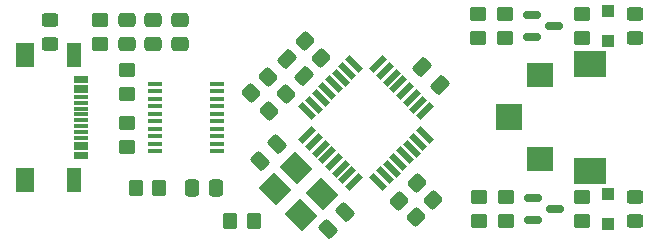
<source format=gbr>
%TF.GenerationSoftware,KiCad,Pcbnew,(6.0.7)*%
%TF.CreationDate,2023-10-13T17:42:20-04:00*%
%TF.ProjectId,microkfd,6d696372-6f6b-4666-942e-6b696361645f,A.1*%
%TF.SameCoordinates,Original*%
%TF.FileFunction,Paste,Top*%
%TF.FilePolarity,Positive*%
%FSLAX46Y46*%
G04 Gerber Fmt 4.6, Leading zero omitted, Abs format (unit mm)*
G04 Created by KiCad (PCBNEW (6.0.7)) date 2023-10-13 17:42:20*
%MOMM*%
%LPD*%
G01*
G04 APERTURE LIST*
G04 Aperture macros list*
%AMRoundRect*
0 Rectangle with rounded corners*
0 $1 Rounding radius*
0 $2 $3 $4 $5 $6 $7 $8 $9 X,Y pos of 4 corners*
0 Add a 4 corners polygon primitive as box body*
4,1,4,$2,$3,$4,$5,$6,$7,$8,$9,$2,$3,0*
0 Add four circle primitives for the rounded corners*
1,1,$1+$1,$2,$3*
1,1,$1+$1,$4,$5*
1,1,$1+$1,$6,$7*
1,1,$1+$1,$8,$9*
0 Add four rect primitives between the rounded corners*
20,1,$1+$1,$2,$3,$4,$5,0*
20,1,$1+$1,$4,$5,$6,$7,0*
20,1,$1+$1,$6,$7,$8,$9,0*
20,1,$1+$1,$8,$9,$2,$3,0*%
%AMRotRect*
0 Rectangle, with rotation*
0 The origin of the aperture is its center*
0 $1 length*
0 $2 width*
0 $3 Rotation angle, in degrees counterclockwise*
0 Add horizontal line*
21,1,$1,$2,0,0,$3*%
G04 Aperture macros list end*
%ADD10R,1.200000X0.300000*%
%ADD11R,1.200000X2.000000*%
%ADD12R,1.500000X2.000000*%
%ADD13RoundRect,0.250000X0.450000X-0.325000X0.450000X0.325000X-0.450000X0.325000X-0.450000X-0.325000X0*%
%ADD14RoundRect,0.150000X-0.587500X-0.150000X0.587500X-0.150000X0.587500X0.150000X-0.587500X0.150000X0*%
%ADD15R,1.200000X0.400000*%
%ADD16RoundRect,0.250000X0.070711X-0.565685X0.565685X-0.070711X-0.070711X0.565685X-0.565685X0.070711X0*%
%ADD17RoundRect,0.250000X0.097227X-0.574524X0.574524X-0.097227X-0.097227X0.574524X-0.574524X0.097227X0*%
%ADD18RoundRect,0.250000X-0.337500X-0.475000X0.337500X-0.475000X0.337500X0.475000X-0.337500X0.475000X0*%
%ADD19RoundRect,0.250000X-0.450000X0.350000X-0.450000X-0.350000X0.450000X-0.350000X0.450000X0.350000X0*%
%ADD20RoundRect,0.250000X0.565685X0.070711X0.070711X0.565685X-0.565685X-0.070711X-0.070711X-0.565685X0*%
%ADD21RoundRect,0.250000X-0.574524X-0.097227X-0.097227X-0.574524X0.574524X0.097227X0.097227X0.574524X0*%
%ADD22RoundRect,0.250000X0.350000X0.450000X-0.350000X0.450000X-0.350000X-0.450000X0.350000X-0.450000X0*%
%ADD23RotRect,2.100000X1.800000X135.000000*%
%ADD24RoundRect,0.250000X-0.450000X0.325000X-0.450000X-0.325000X0.450000X-0.325000X0.450000X0.325000X0*%
%ADD25RoundRect,0.250000X-0.097227X0.574524X-0.574524X0.097227X0.097227X-0.574524X0.574524X-0.097227X0*%
%ADD26RotRect,1.600000X0.550000X45.000000*%
%ADD27RotRect,1.600000X0.550000X135.000000*%
%ADD28RoundRect,0.250000X0.475000X-0.337500X0.475000X0.337500X-0.475000X0.337500X-0.475000X-0.337500X0*%
%ADD29RoundRect,0.250000X0.450000X-0.350000X0.450000X0.350000X-0.450000X0.350000X-0.450000X-0.350000X0*%
%ADD30R,1.000000X1.000000*%
%ADD31R,2.300000X2.200000*%
%ADD32R,2.800000X2.200000*%
%ADD33R,2.200000X2.100000*%
%ADD34RoundRect,0.250000X-0.475000X0.337500X-0.475000X-0.337500X0.475000X-0.337500X0.475000X0.337500X0*%
G04 APERTURE END LIST*
D10*
%TO.C,J1*%
X99887500Y-96625000D03*
X99887500Y-97425000D03*
X99887500Y-98750000D03*
X99887500Y-99750000D03*
X99887500Y-100250000D03*
X99887500Y-101250000D03*
X99887500Y-102575000D03*
X99887500Y-103375000D03*
X99887500Y-103075000D03*
X99887500Y-102275000D03*
X99887500Y-101750000D03*
X99887500Y-100750000D03*
X99887500Y-99250000D03*
X99887500Y-98250000D03*
X99887500Y-97725000D03*
X99887500Y-96925000D03*
D11*
X99287500Y-94680000D03*
D12*
X95087500Y-105320000D03*
X95087500Y-94680000D03*
D11*
X99287500Y-105320000D03*
%TD*%
D13*
%TO.C,D2*%
X146750000Y-93275000D03*
X146750000Y-91225000D03*
%TD*%
D14*
%TO.C,Q2*%
X138125000Y-106800000D03*
X138125000Y-108700000D03*
X140000000Y-107750000D03*
%TD*%
D15*
%TO.C,U1*%
X111350000Y-102857500D03*
X111350000Y-102222500D03*
X111350000Y-101587500D03*
X111350000Y-100952500D03*
X111350000Y-100317500D03*
X111350000Y-99682500D03*
X111350000Y-99047500D03*
X111350000Y-98412500D03*
X111350000Y-97777500D03*
X111350000Y-97142500D03*
X106150000Y-97142500D03*
X106150000Y-97777500D03*
X106150000Y-98412500D03*
X106150000Y-99047500D03*
X106150000Y-99682500D03*
X106150000Y-100317500D03*
X106150000Y-100952500D03*
X106150000Y-101587500D03*
X106150000Y-102222500D03*
X106150000Y-102857500D03*
%TD*%
D16*
%TO.C,R7*%
X115792893Y-99457107D03*
X117207107Y-98042893D03*
%TD*%
D17*
%TO.C,C7*%
X120766377Y-109483623D03*
X122233623Y-108016377D03*
%TD*%
D18*
%TO.C,C3*%
X109250000Y-106000000D03*
X111325000Y-106000000D03*
%TD*%
D19*
%TO.C,R4*%
X101500000Y-91750000D03*
X101500000Y-93750000D03*
%TD*%
%TO.C,R13*%
X133562500Y-106750000D03*
X133562500Y-108750000D03*
%TD*%
D20*
%TO.C,R9*%
X129707107Y-106957107D03*
X128292893Y-105542893D03*
%TD*%
D21*
%TO.C,C5*%
X128766377Y-95766377D03*
X130233623Y-97233623D03*
%TD*%
D19*
%TO.C,R2*%
X103750000Y-100500000D03*
X103750000Y-102500000D03*
%TD*%
D22*
%TO.C,R5*%
X106500000Y-106000000D03*
X104500000Y-106000000D03*
%TD*%
D23*
%TO.C,Y1*%
X120229899Y-106462132D03*
X118037868Y-104270101D03*
X116270101Y-106037868D03*
X118462132Y-108229899D03*
%TD*%
D22*
%TO.C,R10*%
X114500000Y-108750000D03*
X112500000Y-108750000D03*
%TD*%
D24*
%TO.C,D1*%
X146750000Y-106725000D03*
X146750000Y-108775000D03*
%TD*%
D25*
%TO.C,C8*%
X116483623Y-102266377D03*
X115016377Y-103733623D03*
%TD*%
D26*
%TO.C,U2*%
X119014897Y-101525305D03*
X119580583Y-102090990D03*
X120146268Y-102656676D03*
X120711953Y-103222361D03*
X121277639Y-103788047D03*
X121843324Y-104353732D03*
X122409010Y-104919417D03*
X122974695Y-105485103D03*
D27*
X125025305Y-105485103D03*
X125590990Y-104919417D03*
X126156676Y-104353732D03*
X126722361Y-103788047D03*
X127288047Y-103222361D03*
X127853732Y-102656676D03*
X128419417Y-102090990D03*
X128985103Y-101525305D03*
D26*
X128985103Y-99474695D03*
X128419417Y-98909010D03*
X127853732Y-98343324D03*
X127288047Y-97777639D03*
X126722361Y-97211953D03*
X126156676Y-96646268D03*
X125590990Y-96080583D03*
X125025305Y-95514897D03*
D27*
X122974695Y-95514897D03*
X122409010Y-96080583D03*
X121843324Y-96646268D03*
X121277639Y-97211953D03*
X120711953Y-97777639D03*
X120146268Y-98343324D03*
X119580583Y-98909010D03*
X119014897Y-99474695D03*
%TD*%
D28*
%TO.C,C2*%
X103750000Y-93787500D03*
X103750000Y-91712500D03*
%TD*%
D29*
%TO.C,R14*%
X135750000Y-93250000D03*
X135750000Y-91250000D03*
%TD*%
D21*
%TO.C,C4*%
X117266377Y-95016377D03*
X118733623Y-96483623D03*
%TD*%
D20*
%TO.C,R8*%
X128207107Y-108457107D03*
X126792893Y-107042893D03*
%TD*%
%TO.C,R3*%
X120207107Y-94957107D03*
X118792893Y-93542893D03*
%TD*%
D30*
%TO.C,D5*%
X144500000Y-106500000D03*
X144500000Y-109000000D03*
%TD*%
D16*
%TO.C,R6*%
X114292893Y-97957107D03*
X115707107Y-96542893D03*
%TD*%
D13*
%TO.C,D3*%
X97250000Y-93775000D03*
X97250000Y-91725000D03*
%TD*%
D31*
%TO.C,J3*%
X136100000Y-100000000D03*
D32*
X142950000Y-104500000D03*
X142950000Y-95500000D03*
D33*
X138750000Y-103550000D03*
X138750000Y-96450000D03*
%TD*%
D28*
%TO.C,C1*%
X108250000Y-93787500D03*
X108250000Y-91712500D03*
%TD*%
D29*
%TO.C,R15*%
X135812500Y-108750000D03*
X135812500Y-106750000D03*
%TD*%
D19*
%TO.C,R1*%
X103750000Y-96000000D03*
X103750000Y-98000000D03*
%TD*%
%TO.C,R12*%
X133500000Y-91250000D03*
X133500000Y-93250000D03*
%TD*%
D29*
%TO.C,R17*%
X142250000Y-93250000D03*
X142250000Y-91250000D03*
%TD*%
D30*
%TO.C,D4*%
X144500000Y-91000000D03*
X144500000Y-93500000D03*
%TD*%
D19*
%TO.C,R18*%
X142312500Y-106750000D03*
X142312500Y-108750000D03*
%TD*%
D34*
%TO.C,C6*%
X106000000Y-91712500D03*
X106000000Y-93787500D03*
%TD*%
D14*
%TO.C,Q1*%
X138062500Y-91300000D03*
X138062500Y-93200000D03*
X139937500Y-92250000D03*
%TD*%
M02*

</source>
